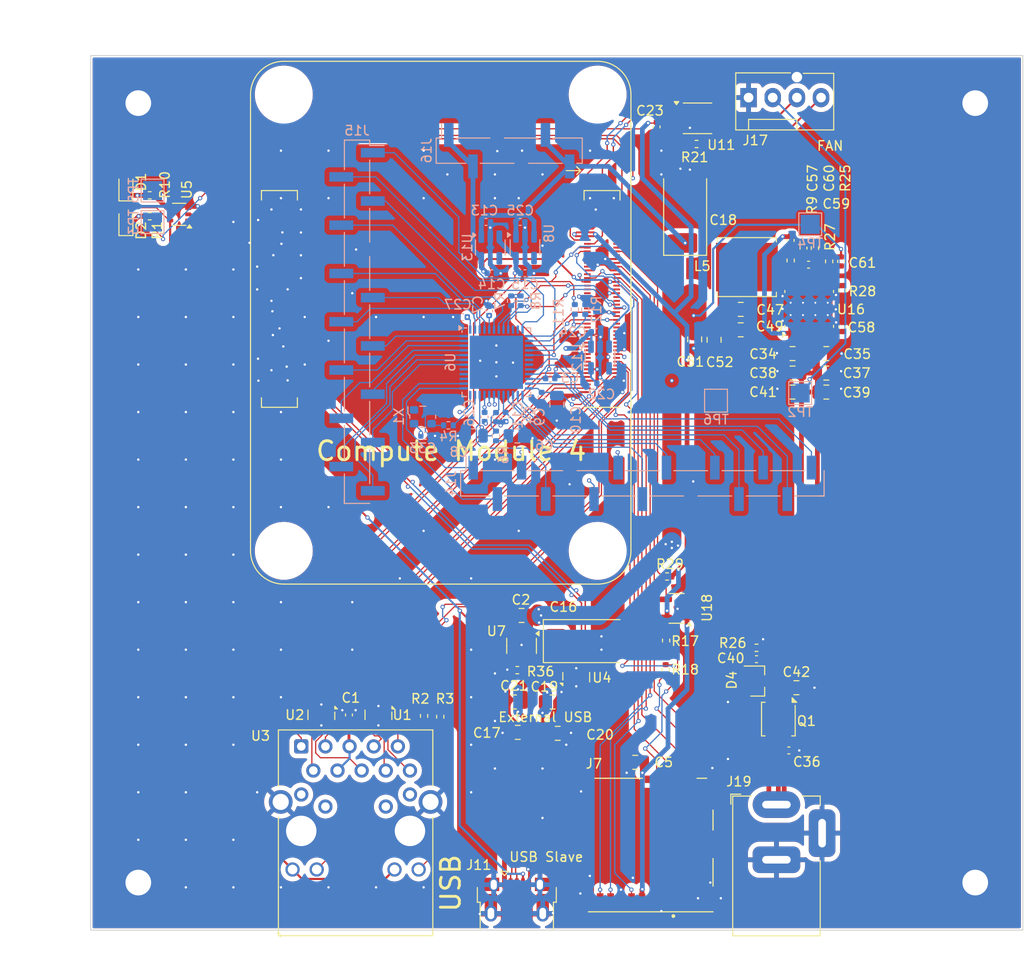
<source format=kicad_pcb>
(kicad_pcb
	(version 20240108)
	(generator "pcbnew")
	(generator_version "8.0")
	(general
		(thickness 1.5792)
		(legacy_teardrops no)
	)
	(paper "A4")
	(layers
		(0 "F.Cu" signal)
		(1 "In1.Cu" signal)
		(2 "In2.Cu" signal)
		(31 "B.Cu" signal)
		(32 "B.Adhes" user "B.Adhesive")
		(33 "F.Adhes" user "F.Adhesive")
		(34 "B.Paste" user)
		(35 "F.Paste" user)
		(36 "B.SilkS" user "B.Silkscreen")
		(37 "F.SilkS" user "F.Silkscreen")
		(38 "B.Mask" user)
		(39 "F.Mask" user)
		(40 "Dwgs.User" user "User.Drawings")
		(41 "Cmts.User" user "User.Comments")
		(42 "Eco1.User" user "User.Eco1")
		(43 "Eco2.User" user "User.Eco2")
		(44 "Edge.Cuts" user)
		(45 "Margin" user)
		(46 "B.CrtYd" user "B.Courtyard")
		(47 "F.CrtYd" user "F.Courtyard")
		(48 "B.Fab" user)
		(49 "F.Fab" user)
	)
	(setup
		(stackup
			(layer "F.SilkS"
				(type "Top Silk Screen")
			)
			(layer "F.Paste"
				(type "Top Solder Paste")
			)
			(layer "F.Mask"
				(type "Top Solder Mask")
				(color "Green")
				(thickness 0.01)
			)
			(layer "F.Cu"
				(type "copper")
				(thickness 0.035)
			)
			(layer "dielectric 1"
				(type "core")
				(thickness 0.0994)
				(material "Prepreg")
				(epsilon_r 4.4)
				(loss_tangent 0.02)
			)
			(layer "In1.Cu"
				(type "copper")
				(thickness 0.0152)
			)
			(layer "dielectric 2"
				(type "prepreg")
				(thickness 1.26)
				(material "Core")
				(epsilon_r 4.6)
				(loss_tangent 0.02)
			)
			(layer "In2.Cu"
				(type "copper")
				(thickness 0.0152)
			)
			(layer "dielectric 3"
				(type "core")
				(thickness 0.0994)
				(material "FR4")
				(epsilon_r 4.4)
				(loss_tangent 0.02)
			)
			(layer "B.Cu"
				(type "copper")
				(thickness 0.035)
			)
			(layer "B.Mask"
				(type "Bottom Solder Mask")
				(color "Green")
				(thickness 0.01)
			)
			(layer "B.Paste"
				(type "Bottom Solder Paste")
			)
			(layer "B.SilkS"
				(type "Bottom Silk Screen")
			)
			(copper_finish "None")
			(dielectric_constraints yes)
		)
		(pad_to_mask_clearance 0)
		(allow_soldermask_bridges_in_footprints no)
		(aux_axis_origin -1.5 -34)
		(grid_origin -1.5 -34)
		(pcbplotparams
			(layerselection 0x00010fc_ffffffff)
			(plot_on_all_layers_selection 0x0000000_00000000)
			(disableapertmacros no)
			(usegerberextensions no)
			(usegerberattributes yes)
			(usegerberadvancedattributes yes)
			(creategerberjobfile yes)
			(dashed_line_dash_ratio 12.000000)
			(dashed_line_gap_ratio 3.000000)
			(svgprecision 4)
			(plotframeref no)
			(viasonmask no)
			(mode 1)
			(useauxorigin no)
			(hpglpennumber 1)
			(hpglpenspeed 20)
			(hpglpendiameter 15.000000)
			(pdf_front_fp_property_popups yes)
			(pdf_back_fp_property_popups yes)
			(dxfpolygonmode yes)
			(dxfimperialunits yes)
			(dxfusepcbnewfont yes)
			(psnegative no)
			(psa4output no)
			(plotreference yes)
			(plotvalue yes)
			(plotfptext yes)
			(plotinvisibletext no)
			(sketchpadsonfab no)
			(subtractmaskfromsilk no)
			(outputformat 1)
			(mirror no)
			(drillshape 1)
			(scaleselection 1)
			(outputdirectory "")
		)
	)
	(net 0 "")
	(net 1 "GND")
	(net 2 "Net-(C1-Pad1)")
	(net 3 "Net-(Q1-D)")
	(net 4 "Net-(D4-A)")
	(net 5 "Net-(U16-BST)")
	(net 6 "Net-(U16-SS)")
	(net 7 "/+12v")
	(net 8 "Net-(U16-COMP)")
	(net 9 "/CM4_HighSpeed/CAM0_D0_N")
	(net 10 "/CM4_HighSpeed/CAM0_D0_P")
	(net 11 "/CM4_HighSpeed/CAM0_D1_N")
	(net 12 "/CM4_HighSpeed/CAM0_D1_P")
	(net 13 "/CM4_HighSpeed/CAM0_C_N")
	(net 14 "/CM4_HighSpeed/CAM0_C_P")
	(net 15 "/CM4_GPIO ( Ethernet, GPIO, SDCARD)/GLOBAL_EN")
	(net 16 "/CM4_HighSpeed/CAM1_D3_P")
	(net 17 "/CM4_HighSpeed/CAM1_D3_N")
	(net 18 "/CM4_HighSpeed/CAM1_D2_P")
	(net 19 "/CM4_HighSpeed/CAM1_D2_N")
	(net 20 "/CM4_HighSpeed/CAM1_C_P")
	(net 21 "/CM4_HighSpeed/CAM1_C_N")
	(net 22 "/CM4_HighSpeed/CAM1_D1_P")
	(net 23 "/CM4_HighSpeed/CAM1_D1_N")
	(net 24 "/CM4_HighSpeed/CAM1_D0_P")
	(net 25 "/CM4_HighSpeed/CAM1_D0_N")
	(net 26 "/CM4_HighSpeed/DSI0_D0_N")
	(net 27 "/CM4_HighSpeed/DSI0_D0_P")
	(net 28 "/CM4_HighSpeed/DSI0_D1_N")
	(net 29 "/CM4_HighSpeed/DSI0_D1_P")
	(net 30 "/CM4_HighSpeed/DSI0_C_N")
	(net 31 "/CM4_HighSpeed/DSI0_C_P")
	(net 32 "/CM4_HighSpeed/DSI1_D3_P")
	(net 33 "/CM4_HighSpeed/DSI1_D3_N")
	(net 34 "/CM4_HighSpeed/DSI1_D2_P")
	(net 35 "/CM4_HighSpeed/DSI1_D2_N")
	(net 36 "/CM4_HighSpeed/DSI1_C_P")
	(net 37 "/CM4_HighSpeed/DSI1_C_N")
	(net 38 "/CM4_HighSpeed/DSI1_D1_P")
	(net 39 "/CM4_HighSpeed/DSI1_D1_N")
	(net 40 "/CM4_HighSpeed/DSI1_D0_P")
	(net 41 "/CM4_HighSpeed/DSI1_D0_N")
	(net 42 "/CM4_GPIO ( Ethernet, GPIO, SDCARD)/SD_DAT1")
	(net 43 "Net-(U16-FB)")
	(net 44 "/CM4_GPIO ( Ethernet, GPIO, SDCARD)/SD_DAT0")
	(net 45 "/CM4_GPIO ( Ethernet, GPIO, SDCARD)/SD_CLK")
	(net 46 "/CM4_GPIO ( Ethernet, GPIO, SDCARD)/SD_CMD")
	(net 47 "/CM4_GPIO ( Ethernet, GPIO, SDCARD)/SD_DAT3")
	(net 48 "/CM4_GPIO ( Ethernet, GPIO, SDCARD)/SD_DAT2")
	(net 49 "Net-(D1-K)")
	(net 50 "/CM4_GPIO ( Ethernet, GPIO, SDCARD)/GPIO2")
	(net 51 "/CM4_GPIO ( Ethernet, GPIO, SDCARD)/GPIO3")
	(net 52 "/CM4_GPIO ( Ethernet, GPIO, SDCARD)/GPIO4")
	(net 53 "/CM4_GPIO ( Ethernet, GPIO, SDCARD)/GPIO14")
	(net 54 "/CM4_GPIO ( Ethernet, GPIO, SDCARD)/GPIO15")
	(net 55 "/CM4_GPIO ( Ethernet, GPIO, SDCARD)/GPIO17")
	(net 56 "/CM4_GPIO ( Ethernet, GPIO, SDCARD)/GPIO18")
	(net 57 "/CM4_GPIO ( Ethernet, GPIO, SDCARD)/GPIO27")
	(net 58 "/CM4_GPIO ( Ethernet, GPIO, SDCARD)/GPIO22")
	(net 59 "/CM4_GPIO ( Ethernet, GPIO, SDCARD)/GPIO23")
	(net 60 "/CM4_GPIO ( Ethernet, GPIO, SDCARD)/GPIO24")
	(net 61 "/CM4_GPIO ( Ethernet, GPIO, SDCARD)/GPIO10")
	(net 62 "/CM4_GPIO ( Ethernet, GPIO, SDCARD)/GPIO9")
	(net 63 "/CM4_GPIO ( Ethernet, GPIO, SDCARD)/GPIO25")
	(net 64 "/CM4_GPIO ( Ethernet, GPIO, SDCARD)/GPIO11")
	(net 65 "/CM4_GPIO ( Ethernet, GPIO, SDCARD)/GPIO8")
	(net 66 "/CM4_GPIO ( Ethernet, GPIO, SDCARD)/GPIO7")
	(net 67 "/CM4_GPIO ( Ethernet, GPIO, SDCARD)/GPIO5")
	(net 68 "/CM4_GPIO ( Ethernet, GPIO, SDCARD)/GPIO6")
	(net 69 "/CM4_GPIO ( Ethernet, GPIO, SDCARD)/GPIO12")
	(net 70 "/CM4_GPIO ( Ethernet, GPIO, SDCARD)/GPIO13")
	(net 71 "/CM4_GPIO ( Ethernet, GPIO, SDCARD)/GPIO16")
	(net 72 "/CM4_GPIO ( Ethernet, GPIO, SDCARD)/GPIO26")
	(net 73 "/CM4_GPIO ( Ethernet, GPIO, SDCARD)/GPIO20")
	(net 74 "/CM4_GPIO ( Ethernet, GPIO, SDCARD)/GPIO21")
	(net 75 "unconnected-(U3-VC4-Pad14)")
	(net 76 "unconnected-(U3-VC3-Pad13)")
	(net 77 "unconnected-(U3-VC1-Pad11)")
	(net 78 "unconnected-(U3-VC2-Pad12)")
	(net 79 "/CM4_HighSpeed/HDMI1_D2_P")
	(net 80 "/CM4_HighSpeed/HDMI1_D2_N")
	(net 81 "/CM4_HighSpeed/HDMI1_D1_P")
	(net 82 "/CM4_HighSpeed/HDMI1_D1_N")
	(net 83 "/CM4_HighSpeed/HDMI1_D0_P")
	(net 84 "/CM4_HighSpeed/HDMI1_D0_N")
	(net 85 "/CM4_HighSpeed/HDMI1_CK_P")
	(net 86 "/CM4_HighSpeed/HDMI1_CK_N")
	(net 87 "/CM4_HighSpeed/HDMI1_CEC")
	(net 88 "Net-(D2-K)")
	(net 89 "/CM4_HighSpeed/HDMI1_SCL")
	(net 90 "/CM4_HighSpeed/HDMI1_SDA")
	(net 91 "/CM4_HighSpeed/HDMI1_HOTPLUG")
	(net 92 "Net-(J7-DET_A)")
	(net 93 "Net-(J7-DET_B)")
	(net 94 "/CM4_HighSpeed/HDMI0_HOTPLUG")
	(net 95 "/CM4_HighSpeed/HDMI0_SDA")
	(net 96 "/CM4_HighSpeed/HDMI0_SCL")
	(net 97 "/CM4_HighSpeed/HDMI0_CEC")
	(net 98 "/CM4_HighSpeed/HDMI0_CK_N")
	(net 99 "/CM4_HighSpeed/HDMI0_CK_P")
	(net 100 "/CM4_HighSpeed/HDMI0_D0_N")
	(net 101 "/CM4_HighSpeed/HDMI0_D0_P")
	(net 102 "/CM4_HighSpeed/HDMI0_D1_N")
	(net 103 "/CM4_HighSpeed/HDMI0_D1_P")
	(net 104 "/CM4_HighSpeed/HDMI0_D2_N")
	(net 105 "/CM4_HighSpeed/HDMI0_D2_P")
	(net 106 "/CM4_GPIO ( Ethernet, GPIO, SDCARD)/TRD1_P")
	(net 107 "/CM4_GPIO ( Ethernet, GPIO, SDCARD)/TRD3_N")
	(net 108 "/CM4_GPIO ( Ethernet, GPIO, SDCARD)/TRD1_N")
	(net 109 "/CM4_GPIO ( Ethernet, GPIO, SDCARD)/TRD2_N")
	(net 110 "/CM4_GPIO ( Ethernet, GPIO, SDCARD)/TRD0_N")
	(net 111 "/CM4_GPIO ( Ethernet, GPIO, SDCARD)/TRD2_P")
	(net 112 "/CM4_GPIO ( Ethernet, GPIO, SDCARD)/TRD0_P")
	(net 113 "/CM4_GPIO ( Ethernet, GPIO, SDCARD)/ETH_LEDG")
	(net 114 "/CM4_GPIO ( Ethernet, GPIO, SDCARD)/ETH_LEDY")
	(net 115 "/CM4_GPIO ( Ethernet, GPIO, SDCARD)/ID_SC")
	(net 116 "/CM4_GPIO ( Ethernet, GPIO, SDCARD)/ID_SD")
	(net 117 "/CM4_GPIO ( Ethernet, GPIO, SDCARD)/nPWR_LED")
	(net 118 "/nEXTRST")
	(net 119 "Net-(J17-Pin_3)")
	(net 120 "Net-(J17-Pin_4)")
	(net 121 "/CM4_HighSpeed/PCIE_nRST")
	(net 122 "/CM4_HighSpeed/PCIE_CLK_P")
	(net 123 "Net-(U16-SW)")
	(net 124 "unconnected-(Module1A-SD_DAT4-Pad68)")
	(net 125 "unconnected-(Module1A-SD_VDD_Override-Pad73)")
	(net 126 "Net-(R10-Pad2)")
	(net 127 "unconnected-(Module1A-Ethernet_nLED1(3.3v)-Pad19)")
	(net 128 "unconnected-(Module1B-Reserved-Pad106)")
	(net 129 "unconnected-(Module1A-SD_DAT7-Pad70)")
	(net 130 "unconnected-(Module1B-Reserved-Pad104)")
	(net 131 "Net-(Module1A-PI_nLED_Activity)")
	(net 132 "/CM4_HighSpeed/PCIE_CLK_N")
	(net 133 "/USB2-HUB/PWR1")
	(net 134 "/USB2-HUB/nOCS1")
	(net 135 "/CM4_HighSpeed/PCIE_RX_N")
	(net 136 "/CM4_HighSpeed/PCIE_RX_P")
	(net 137 "unconnected-(Module1A-SD_DAT5-Pad64)")
	(net 138 "unconnected-(Module1A-SD_DAT6-Pad72)")
	(net 139 "/CM4_GPIO ( Ethernet, GPIO, SDCARD)/TRD3_P")
	(net 140 "Net-(U3-LEDG_K)")
	(net 141 "/CM4_HighSpeed/PCIE_CLK_nREQ")
	(net 142 "/CM4_GPIO ( Ethernet, GPIO, SDCARD)/WL_nDis")
	(net 143 "/CM4_GPIO ( Ethernet, GPIO, SDCARD)/GPIO19")
	(net 144 "/+3.3v")
	(net 145 "/USB2-HUB/USBD_P")
	(net 146 "/USB2-HUB/USBD_N")
	(net 147 "Net-(U3-LEDY_K)")
	(net 148 "Net-(U7-ILIM)")
	(net 149 "/CM4_GPIO ( Ethernet, GPIO, SDCARD)/SD_PWR")
	(net 150 "/CM4_HighSpeed/PCIE_TX_N")
	(net 151 "/CM4_GPIO ( Ethernet, GPIO, SDCARD)/SD_PWR_ON")
	(net 152 "/CM4_HighSpeed/PCIE_TX_P")
	(net 153 "Net-(U4-D1-)")
	(net 154 "Net-(U4-D1+)")
	(net 155 "unconnected-(U11-CLK-Pad7)")
	(net 156 "unconnected-(U11-nALERT-Pad8)")
	(net 157 "unconnected-(U18-nFLG-Pad3)")
	(net 158 "/RTC , Wakeup, FAN/SCL")
	(net 159 "/RTC , Wakeup, FAN/SDA")
	(net 160 "/CM4_GPIO ( Ethernet, GPIO, SDCARD)/CAM_GPIO")
	(net 161 "Net-(C57-Pad1)")
	(net 162 "Net-(C60-Pad1)")
	(net 163 "/USB2-HUB/VBUS")
	(net 164 "/CM4_GPIO ( Ethernet, GPIO, SDCARD)/SYNC_OUT")
	(net 165 "/CM4_GPIO ( Ethernet, GPIO, SDCARD)/SYNC_IN")
	(net 166 "/CM4_GPIO ( Ethernet, GPIO, SDCARD)/AIN0")
	(net 167 "/CM4_GPIO ( Ethernet, GPIO, SDCARD)/AIN1")
	(net 168 "/CM4_GPIO ( Ethernet, GPIO, SDCARD)/+1.8v")
	(net 169 "/CM4_GPIO ( Ethernet, GPIO, SDCARD)/RUN_PG")
	(net 170 "/CM4_GPIO ( Ethernet, GPIO, SDCARD)/EEPROM_nWP")
	(net 171 "/+5v")
	(net 172 "/CM4_GPIO ( Ethernet, GPIO, SDCARD)/nRPIBOOT")
	(net 173 "/CM4_GPIO ( Ethernet, GPIO, SDCARD)/BT_nDis")
	(net 174 "/CM4_GPIO ( Ethernet, GPIO, SDCARD)/Reserved")
	(net 175 "/FPGA/+3V3")
	(net 176 "/FPGA/VCCPLL_1V2")
	(net 177 "/FPGA/+1V2")
	(net 178 "/FPGA/+2V5")
	(net 179 "unconnected-(U6B-IOB_31b-Pad18)")
	(net 180 "unconnected-(U6A-RGB1-Pad40)")
	(net 181 "/FPGA/probe")
	(net 182 "/FPGA/pwm1")
	(net 183 "/FPGA/d_dir")
	(net 184 "/FPGA/a_dir")
	(net 185 "unconnected-(U6A-RGB2-Pad41)")
	(net 186 "/FPGA/d_home-")
	(net 187 "/FPGA/c_home-")
	(net 188 "/FPGA/b_home-")
	(net 189 "/FPGA/e_dir")
	(net 190 "/FPGA/c_home+")
	(net 191 "/FPGA/d_step")
	(net 192 "/FPGA/e_home-")
	(net 193 "unconnected-(U6B-IOB_29b-Pad19)")
	(net 194 "/FPGA/b_step")
	(net 195 "/FPGA/e_step")
	(net 196 "/FPGA/fault")
	(net 197 "/FPGA/b_dir")
	(net 198 "/FPGA/b_home+")
	(net 199 "/FPGA/a_home-")
	(net 200 "/FPGA/e_home+")
	(net 201 "/FPGA/c_dir")
	(net 202 "/FPGA/d_home+")
	(net 203 "/FPGA/a_home+")
	(net 204 "/FPGA/estop")
	(net 205 "/FPGA/pwm0")
	(net 206 "unconnected-(U6A-RGB0-Pad39)")
	(net 207 "/FPGA/c_step")
	(net 208 "/FPGA/a_step")
	(net 209 "unconnected-(U8-NC-Pad4)")
	(net 210 "unconnected-(U12-NC-Pad4)")
	(net 211 "unconnected-(U13-NC-Pad4)")
	(net 212 "/CM4_HighSpeed/TV_OUT")
	(net 213 "/FPGA/stepper_enable")
	(net 214 "/FPGA/spindle_rev")
	(net 215 "/FPGA/spindle_fwd")
	(net 216 "Net-(X1-OUT)")
	(net 217 "/FPGA/clk_8mhz")
	(net 218 "unconnected-(U6B-IOB_18a-Pad10)")
	(net 219 "unconnected-(X1-Tri-State-Pad1)")
	(footprint "Capacitor_SMD:C_0805_2012Metric" (layer "F.Cu") (at 176.8425 53.4))
	(footprint "Capacitor_Tantalum_SMD:CP_EIA-7343-31_Kemet-D" (layer "F.Cu") (at 151.5 81.6))
	(footprint "Capacitor_SMD:C_0805_2012Metric" (layer "F.Cu") (at 173.2925 51.35 180))
	(footprint "Resistor_SMD:R_0402_1005Metric" (layer "F.Cu") (at 169.5 82.3))
	(footprint "PCM_kikit:Board" (layer "F.Cu") (at 99.5 20))
	(footprint "MountingHole:MountingHole_2.7mm_M2.5" (layer "F.Cu") (at 104.5 25))
	(footprint "Inductor_SMD:L_Bourns_SRN6045TA" (layer "F.Cu") (at 168.4925 42.25 180))
	(footprint "Resistor_SMD:R_0402_1005Metric" (layer "F.Cu") (at 175.6425 40.25 90))
	(footprint "Resistor_SMD:R_0402_1005Metric" (layer "F.Cu") (at 159.95 84.585 -90))
	(footprint "MountingHole:MountingHole_2.7mm_M2.5" (layer "F.Cu") (at 104.5 107))
	(footprint "Capacitor_SMD:C_0805_2012Metric" (layer "F.Cu") (at 156.75 94.35 180))
	(footprint "Resistor_SMD:R_0402_1005Metric" (layer "F.Cu") (at 177.1425 41.65 -90))
	(footprint "LED_SMD:LED_0603_1608Metric" (layer "F.Cu") (at 103.2 33.800001 90))
	(footprint "Capacitor_SMD:C_0805_2012Metric" (layer "F.Cu") (at 173.7 86.5))
	(footprint "Capacitor_SMD:C_0402_1005Metric" (layer "F.Cu") (at 174.4425 40.25 -90))
	(footprint "Capacitor_SMD:C_0805_2012Metric" (layer "F.Cu") (at 173.2925 53.4 180))
	(footprint "CM4IO:TRJG0926HENL" (layer "F.Cu") (at 127.35 101.565))
	(footprint "MountingHole:MountingHole_2.7mm_M2.5" (layer "F.Cu") (at 192.5 25))
	(footprint "Capacitor_SMD:C_0805_2012Metric" (layer "F.Cu") (at 176.8425 55.4))
	(footprint "Capacitor_SMD:C_0805_2012Metric" (layer "F.Cu") (at 148.0625 88))
	(footprint "Capacitor_SMD:C_0402_1005Metric" (layer "F.Cu") (at 172.9 93.1))
	(footprint "CM4IO:SDCARD_MOLEX_503398-1892" (layer "F.Cu") (at 158.38 103.05 180))
	(footprint "Capacitor_SMD:C_0402_1005Metric" (layer "F.Cu") (at 159 27.5 -90))
	(footprint "Package_SON:Diodes_PowerDI3333-8" (layer "F.Cu") (at 171.8 89.8 -90))
	(footprint "Capacitor_SMD:C_0402_1005Metric" (layer "F.Cu") (at 178.3925 41.65 -90))
	(footprint "Capacitor_SMD:C_0402_1005Metric" (layer "F.Cu") (at 178.5425 48.55 90))
	(footprint "Capacitor_SMD:C_0402_1005Metric" (layer "F.Cu") (at 174.9775 42 180))
	(footprint "Capacitor_SMD:C_0805_2012Metric" (layer "F.Cu") (at 167.8425 48.85))
	(footprint "Capacitor_SMD:C_0805_2012Metric" (layer "F.Cu") (at 144.4 91.2 180))
	(footprint "Package_SON:USON-10_2.5x1.0mm_P0.5mm" (layer "F.Cu") (at 150.55 85.4 90))
	(footprint "Package_SO:SOIC-8-1EP_3.9x4.9mm_P1.27mm_EP2.95x4.9mm_Mask2.71x3.4mm_ThermalVias" (layer "F.Cu") (at 175.0425 46.65 90))
	(footprint "Package_SON:USON-10_2.5x1.0mm_P0.5mm"
		(layer "F.Cu")
		(uuid "5da0166b-d4c1-4d13-82a9-8d4c16719f39")
		(at 123.75 89.35 -90)
		(descr "USON-10 2.5x1.0mm_ Pitch 0.5mm http://www.ti.com/lit/ds/symlink/tpd4e02b04.pdf")
		(tags "USON-10 2.5x1.0mm Pitch 0.5mm")
		(property "Reference" "U2"
			(at 0.015 2.8 0)
			(unlocked yes)
			(layer "F.SilkS")
			(uuid "a09a0c4d-3841-4ad3-9a7a-454843af5461")
			(effects

... [1505637 chars truncated]
</source>
